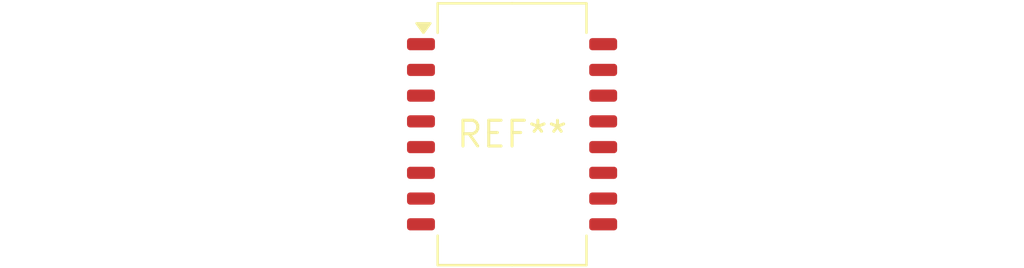
<source format=kicad_pcb>
(kicad_pcb (version 20240108) (generator pcbnew)
  (layers (0 "F.Cu" signal) (31 "B.Cu" signal) (34 "B.Paste" user) (35 "F.Paste" user) (36 "B.SilkS" user "B.Silkscreen") (37 "F.SilkS" user "F.Silkscreen") (38 "B.Mask" user) (39 "F.Mask" user) (44 "Edge.Cuts" user))
  (net 0 "")
  (footprint "Transformer_Ethernet_Halo_N5_SO-16_7.11x12.7mm" (layer "F.Cu") (at 0 0)
    (property "Reference" "REF**")
    (property "Value" "Transformer_Ethernet_Halo_N5_SO-16_7.11x12.7mm")
    (fp_line (start -3.665 -6.46) (end -3.665 -5.005) (layer "F.SilkS") (stroke (width 0.12)))
    (fp_line (start -3.665 6.46) (end -3.665 5.005) (layer "F.SilkS") (stroke (width 0.12)))
    (fp_line (start 0 -6.46) (end -3.665 -6.46) (layer "F.SilkS") (stroke (width 0.12)))
    (fp_line (start 0 -6.46) (end 3.665 -6.46) (layer "F.SilkS") (stroke (width 0.12)))
    (fp_line (start 0 6.46) (end -3.665 6.46) (layer "F.SilkS") (stroke (width 0.12)))
    (fp_line (start 0 6.46) (end 3.665 6.46) (layer "F.SilkS") (stroke (width 0.12)))
    (fp_line (start 3.665 -6.46) (end 3.665 -5.005) (layer "F.SilkS") (stroke (width 0.12)))
    (fp_line (start 3.665 6.46) (end 3.665 5.005) (layer "F.SilkS") (stroke (width 0.12)))
    (fp_poly (pts (xy -4.365 -5.005) (xy -4.705 -5.475) (xy -4.025 -5.475) (xy -4.365 -5.005)) (layer "F.SilkS") (stroke (width 0.12)) (fill solid))
    (pad "1" smd roundrect (at -4.4875 -4.445) (size 1.375 0.6) (layers "F.Cu" "F.Paste" "F.Mask"))
    (pad "2" smd roundrect (at -4.4875 -3.175) (size 1.375 0.6) (layers "F.Cu" "F.Paste" "F.Mask"))
    (pad "3" smd roundrect (at -4.4875 -1.905) (size 1.375 0.6) (layers "F.Cu" "F.Paste" "F.Mask"))
    (pad "4" smd roundrect (at -4.4875 -0.635) (size 1.375 0.6) (layers "F.Cu" "F.Paste" "F.Mask"))
    (pad "5" smd roundrect (at -4.4875 0.635) (size 1.375 0.6) (layers "F.Cu" "F.Paste" "F.Mask"))
    (pad "6" smd roundrect (at -4.4875 1.905) (size 1.375 0.6) (layers "F.Cu" "F.Paste" "F.Mask"))
    (pad "7" smd roundrect (at -4.4875 3.175) (size 1.375 0.6) (layers "F.Cu" "F.Paste" "F.Mask"))
    (pad "8" smd roundrect (at -4.4875 4.445) (size 1.375 0.6) (layers "F.Cu" "F.Paste" "F.Mask"))
    (pad "9" smd roundrect (at 4.4875 4.445) (size 1.375 0.6) (layers "F.Cu" "F.Paste" "F.Mask"))
    (pad "10" smd roundrect (at 4.4875 3.175) (size 1.375 0.6) (layers "F.Cu" "F.Paste" "F.Mask"))
    (pad "11" smd roundrect (at 4.4875 1.905) (size 1.375 0.6) (layers "F.Cu" "F.Paste" "F.Mask"))
    (pad "12" smd roundrect (at 4.4875 0.635) (size 1.375 0.6) (layers "F.Cu" "F.Paste" "F.Mask"))
    (pad "13" smd roundrect (at 4.4875 -0.635) (size 1.375 0.6) (layers "F.Cu" "F.Paste" "F.Mask"))
    (pad "14" smd roundrect (at 4.4875 -1.905) (size 1.375 0.6) (layers "F.Cu" "F.Paste" "F.Mask"))
    (pad "15" smd roundrect (at 4.4875 -3.175) (size 1.375 0.6) (layers "F.Cu" "F.Paste" "F.Mask"))
    (pad "16" smd roundrect (at 4.4875 -4.445) (size 1.375 0.6) (layers "F.Cu" "F.Paste" "F.Mask"))
  )
)
</source>
